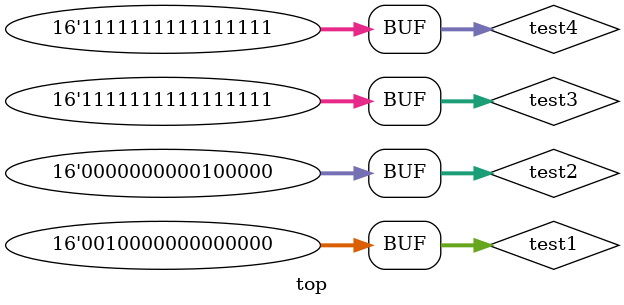
<source format=v>
module top;
/* verilator lint_off UNUSEDSIGNAL */
reg [15:0] test1,test2,test3,test4;

initial begin
  test1 = 16'h2000;
  test2 = 16'h0020;
  test3 = '1;
  test4 = '1;
end

endmodule

</source>
